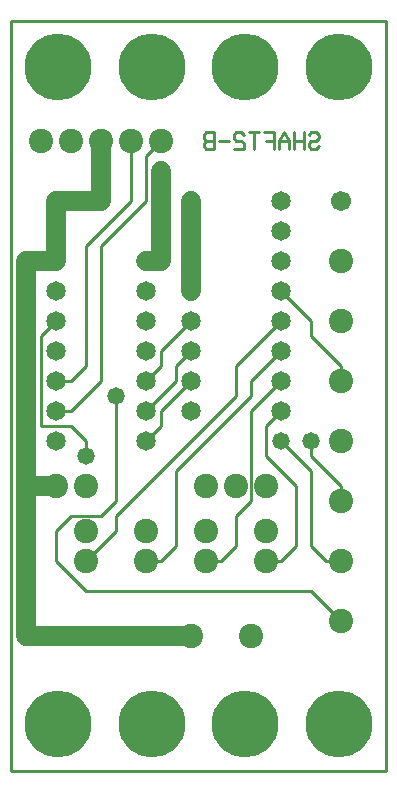
<source format=gbl>
%MOIN*%
%FSLAX25Y25*%
G04 D10 used for Character Trace; *
G04     Circle (OD=.01000) (No hole)*
G04 D11 used for Power Trace; *
G04     Circle (OD=.06700) (No hole)*
G04 D12 used for Signal Trace; *
G04     Circle (OD=.01100) (No hole)*
G04 D13 used for Via; *
G04     Circle (OD=.05800) (Round. Hole ID=.02800)*
G04 D14 used for Component hole; *
G04     Circle (OD=.06500) (Round. Hole ID=.03500)*
G04 D15 used for Component hole; *
G04     Circle (OD=.06700) (Round. Hole ID=.04300)*
G04 D16 used for Component hole; *
G04     Circle (OD=.08100) (Round. Hole ID=.05100)*
G04 D17 used for Component hole; *
G04     Circle (OD=.08900) (Round. Hole ID=.05900)*
G04 D18 used for Component hole; *
G04     Circle (OD=.11300) (Round. Hole ID=.08300)*
G04 D19 used for Component hole; *
G04     Circle (OD=.16000) (Round. Hole ID=.13000)*
G04 D20 used for Component hole; *
G04     Circle (OD=.18300) (Round. Hole ID=.15300)*
G04 D21 used for Component hole; *
G04     Circle (OD=.22291) (Round. Hole ID=.19291)*
%ADD10C,.01000*%
%ADD11C,.06700*%
%ADD12C,.01100*%
%ADD13C,.05800*%
%ADD14C,.06500*%
%ADD15C,.06700*%
%ADD16C,.08100*%
%ADD17C,.08900*%
%ADD18C,.11300*%
%ADD19C,.16000*%
%ADD20C,.18300*%
%ADD21C,.22291*%
%IPPOS*%
%LPD*%
G90*X0Y0D02*D21*X15625Y15625D03*D11*              
X5000Y45000D02*X60000D01*D16*D03*X80000D03*       
X85000Y70000D03*D12*X90000D01*X95000Y75000D01*    
Y95000D01*X85000Y105000D01*Y115000D01*            
X90000Y120000D01*D14*D03*D13*X100000Y110000D03*   
D12*Y105000D01*X110000Y95000D01*Y90000D01*D16*D03*
D12*X100000Y75000D02*Y100000D01*X105000Y70000D02* 
X100000Y75000D01*X105000Y70000D02*X110000D01*D16* 
D03*D12*Y50000D02*X100000Y60000D01*D16*           
X110000Y50000D03*D12*X25000Y60000D02*X100000D01*  
X25000D02*X15000Y70000D01*Y80000D01*              
X20000Y85000D01*X30000D01*X35000Y90000D01*        
Y125000D01*D13*D03*D12*X20000Y120000D02*          
X30000Y130000D01*X15000Y120000D02*X20000D01*D14*  
X15000D03*D12*X25000Y110000D02*X20000Y115000D01*  
X25000Y105000D02*Y110000D01*D13*Y105000D03*D16*   
X15000Y95000D03*D11*X5000D01*Y45000D01*D16*       
X25000Y70000D03*D12*X35000Y80000D01*Y85000D01*    
X75000Y125000D01*Y135000D01*X90000Y150000D01*D14* 
D03*D12*X110000Y135000D02*X100000Y145000D01*      
X110000Y130000D02*Y135000D01*D16*Y130000D03*D12*  
X100000Y145000D02*Y150000D01*X90000Y160000D01*D14*
D03*Y170000D03*D16*X110000Y150000D03*D14*         
X90000Y180000D03*Y140000D03*D12*X80000Y130000D01* 
Y125000D01*X55000Y100000D01*Y75000D01*            
X50000Y70000D01*X45000D01*D16*D03*Y80000D03*      
X25000D03*X65000Y70000D03*D12*X70000D01*          
X75000Y75000D01*Y85000D01*X80000Y90000D01*        
Y120000D01*X90000Y130000D01*D14*D03*D16*          
X110000Y110000D03*D13*X90000D03*D12*              
X100000Y100000D01*D16*X85000Y95000D03*Y80000D03*  
X75000Y95000D03*X65000D03*Y80000D03*D14*          
X60000Y140000D03*D12*X55000Y135000D01*Y130000D01* 
X45000Y120000D01*D14*D03*D12*Y110000D02*          
X50000Y115000D01*D14*X45000Y110000D03*D12*        
X50000Y115000D02*Y120000D01*X60000Y130000D01*D14* 
D03*D12*X50000Y135000D02*Y140000D01*              
X45000Y130000D02*X50000Y135000D01*D14*            
X45000Y130000D03*D12*X50000Y140000D02*            
X60000Y150000D01*D14*D03*Y160000D03*D11*          
Y170000D01*D14*D03*D11*Y180000D01*D14*D03*D11*    
Y190000D01*D14*D03*D13*X50000Y200000D03*D11*      
Y190000D01*D14*D03*D11*Y170000D01*X45000D01*D14*  
D03*Y160000D03*D12*X30000Y130000D02*Y175000D01*   
X20000Y130000D02*X25000Y135000D01*                
X15000Y130000D02*X20000D01*D14*X15000D03*         
Y140000D03*D12*X25000Y135000D02*Y175000D01*       
X40000Y190000D01*Y210000D01*D16*D03*D12*          
X45000Y190000D02*Y205000D01*X30000Y175000D02*     
X45000Y190000D01*D11*X15000Y170000D02*Y190000D01* 
D14*Y170000D03*D11*X5000D01*Y95000D01*D14*        
X15000Y110000D03*D12*X10000Y115000D02*X20000D01*  
X10000D02*Y145000D01*X15000Y150000D01*D14*D03*    
Y160000D03*X45000Y140000D03*Y150000D03*           
X30000Y190000D03*D11*X15000D01*X30000D02*         
Y210000D01*D16*D03*X20000D03*D12*X45000Y205000D02*
X50000Y210000D01*D16*D03*D10*X99163Y211914D02*    
X100000Y212871D01*X101674D01*X102511Y211914D01*   
Y210957D01*X101674Y210000D01*X100000D01*          
X99163Y209043D01*Y208086D01*X100000Y207129D01*    
X101674D01*X102511Y208086D01*X97511Y207129D02*    
Y212871D01*X94163Y207129D02*Y212871D01*           
X97511Y210000D02*X94163D01*X92511Y207129D02*      
Y210000D01*X90837Y212871D01*X89163Y210000D01*     
Y207129D01*X92511Y210000D02*X89163D01*            
X87511Y207129D02*Y212871D01*X84163D01*            
X87511Y210000D02*X85000D01*X80837Y207129D02*      
Y212871D01*X82511D02*X79163D01*X77511Y211914D02*  
X76674Y212871D01*X75000D01*X74163Y211914D01*      
Y210957D01*X75000Y210000D01*X76674D01*            
X77511Y209043D01*Y207129D01*X74163D01*            
X72511Y210000D02*X69163D01*X67511Y207129D02*      
Y212871D01*X65000D01*X64163Y211914D01*Y210957D01* 
X65000Y210000D01*X64163Y209043D01*Y208086D01*     
X65000Y207129D01*X67511D01*Y210000D02*X65000D01*  
D21*X46875Y234375D03*X78125D03*X15625D03*D14*     
X90000Y190000D03*D16*X10000Y210000D03*D12*X0Y0D02*
Y250000D01*Y0D02*X125000D01*Y250000D01*X0D01*D16* 
X110000Y170000D03*D15*Y190000D03*D21*             
X109375Y234375D03*D14*X60000Y120000D03*D16*       
X25000Y95000D03*D21*X46875Y15625D03*X78125D03*    
X109375D03*M02*                                   

</source>
